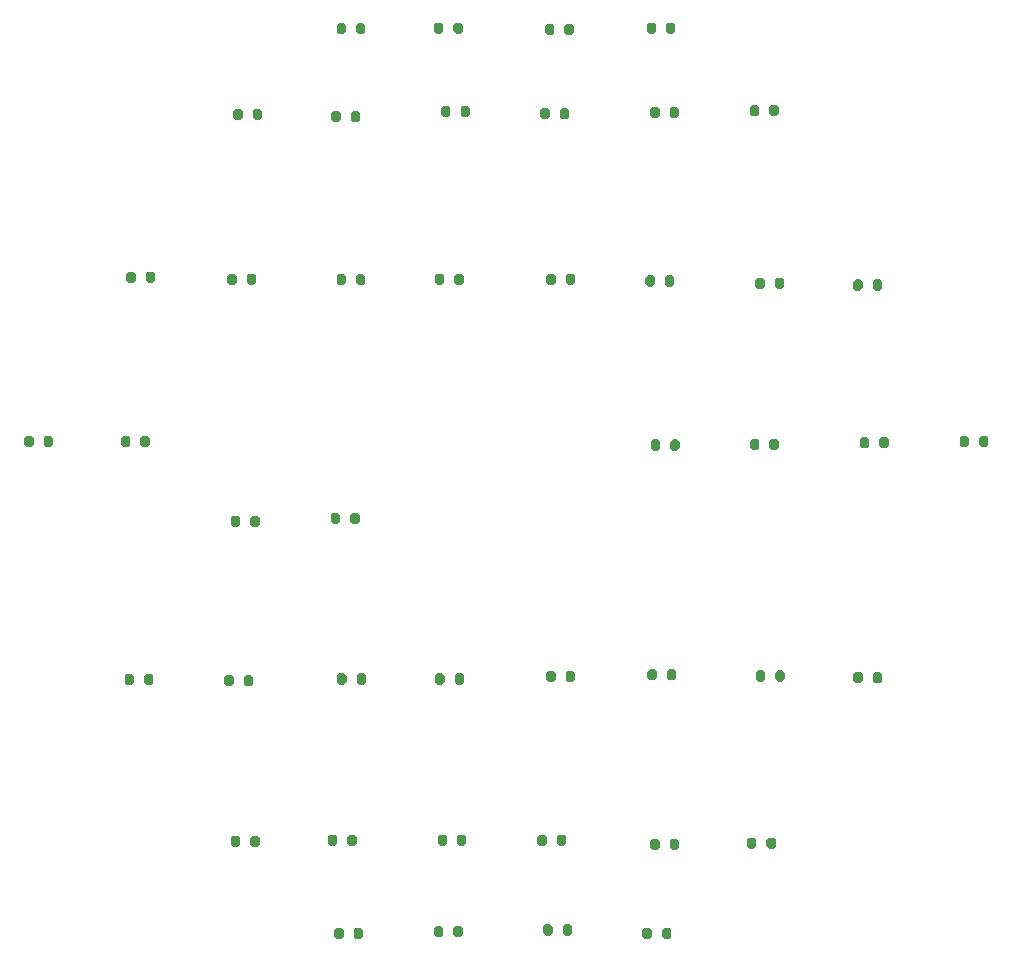
<source format=gbr>
%TF.GenerationSoftware,KiCad,Pcbnew,5.1.10*%
%TF.CreationDate,2021-07-04T18:02:09+02:00*%
%TF.ProjectId,test_16,74657374-5f31-4362-9e6b-696361645f70,0.1*%
%TF.SameCoordinates,Original*%
%TF.FileFunction,Paste,Top*%
%TF.FilePolarity,Positive*%
%FSLAX46Y46*%
G04 Gerber Fmt 4.6, Leading zero omitted, Abs format (unit mm)*
G04 Created by KiCad (PCBNEW 5.1.10) date 2021-07-04 18:02:09*
%MOMM*%
%LPD*%
G01*
G04 APERTURE LIST*
G04 APERTURE END LIST*
%TO.C,R40*%
G36*
G01*
X386150000Y-218975000D02*
X386150000Y-219525000D01*
G75*
G02*
X385950000Y-219725000I-200000J0D01*
G01*
X385550000Y-219725000D01*
G75*
G02*
X385350000Y-219525000I0J200000D01*
G01*
X385350000Y-218975000D01*
G75*
G02*
X385550000Y-218775000I200000J0D01*
G01*
X385950000Y-218775000D01*
G75*
G02*
X386150000Y-218975000I0J-200000D01*
G01*
G37*
G36*
G01*
X387800000Y-218975000D02*
X387800000Y-219525000D01*
G75*
G02*
X387600000Y-219725000I-200000J0D01*
G01*
X387200000Y-219725000D01*
G75*
G02*
X387000000Y-219525000I0J200000D01*
G01*
X387000000Y-218975000D01*
G75*
G02*
X387200000Y-218775000I200000J0D01*
G01*
X387600000Y-218775000D01*
G75*
G02*
X387800000Y-218975000I0J-200000D01*
G01*
G37*
%TD*%
%TO.C,R39*%
G36*
G01*
X394900000Y-232725000D02*
X394900000Y-233275000D01*
G75*
G02*
X394700000Y-233475000I-200000J0D01*
G01*
X394300000Y-233475000D01*
G75*
G02*
X394100000Y-233275000I0J200000D01*
G01*
X394100000Y-232725000D01*
G75*
G02*
X394300000Y-232525000I200000J0D01*
G01*
X394700000Y-232525000D01*
G75*
G02*
X394900000Y-232725000I0J-200000D01*
G01*
G37*
G36*
G01*
X396550000Y-232725000D02*
X396550000Y-233275000D01*
G75*
G02*
X396350000Y-233475000I-200000J0D01*
G01*
X395950000Y-233475000D01*
G75*
G02*
X395750000Y-233275000I0J200000D01*
G01*
X395750000Y-232725000D01*
G75*
G02*
X395950000Y-232525000I200000J0D01*
G01*
X396350000Y-232525000D01*
G75*
G02*
X396550000Y-232725000I0J-200000D01*
G01*
G37*
%TD*%
%TO.C,R38*%
G36*
G01*
X368325000Y-246475000D02*
X368325000Y-247025000D01*
G75*
G02*
X368125000Y-247225000I-200000J0D01*
G01*
X367725000Y-247225000D01*
G75*
G02*
X367525000Y-247025000I0J200000D01*
G01*
X367525000Y-246475000D01*
G75*
G02*
X367725000Y-246275000I200000J0D01*
G01*
X368125000Y-246275000D01*
G75*
G02*
X368325000Y-246475000I0J-200000D01*
G01*
G37*
G36*
G01*
X369975000Y-246475000D02*
X369975000Y-247025000D01*
G75*
G02*
X369775000Y-247225000I-200000J0D01*
G01*
X369375000Y-247225000D01*
G75*
G02*
X369175000Y-247025000I0J200000D01*
G01*
X369175000Y-246475000D01*
G75*
G02*
X369375000Y-246275000I200000J0D01*
G01*
X369775000Y-246275000D01*
G75*
G02*
X369975000Y-246475000I0J-200000D01*
G01*
G37*
%TD*%
%TO.C,R36*%
G36*
G01*
X377075000Y-266725000D02*
X377075000Y-267275000D01*
G75*
G02*
X376875000Y-267475000I-200000J0D01*
G01*
X376475000Y-267475000D01*
G75*
G02*
X376275000Y-267275000I0J200000D01*
G01*
X376275000Y-266725000D01*
G75*
G02*
X376475000Y-266525000I200000J0D01*
G01*
X376875000Y-266525000D01*
G75*
G02*
X377075000Y-266725000I0J-200000D01*
G01*
G37*
G36*
G01*
X378725000Y-266725000D02*
X378725000Y-267275000D01*
G75*
G02*
X378525000Y-267475000I-200000J0D01*
G01*
X378125000Y-267475000D01*
G75*
G02*
X377925000Y-267275000I0J200000D01*
G01*
X377925000Y-266725000D01*
G75*
G02*
X378125000Y-266525000I200000J0D01*
G01*
X378525000Y-266525000D01*
G75*
G02*
X378725000Y-266725000I0J-200000D01*
G01*
G37*
%TD*%
%TO.C,R35*%
G36*
G01*
X377325000Y-232725000D02*
X377325000Y-233275000D01*
G75*
G02*
X377125000Y-233475000I-200000J0D01*
G01*
X376725000Y-233475000D01*
G75*
G02*
X376525000Y-233275000I0J200000D01*
G01*
X376525000Y-232725000D01*
G75*
G02*
X376725000Y-232525000I200000J0D01*
G01*
X377125000Y-232525000D01*
G75*
G02*
X377325000Y-232725000I0J-200000D01*
G01*
G37*
G36*
G01*
X378975000Y-232725000D02*
X378975000Y-233275000D01*
G75*
G02*
X378775000Y-233475000I-200000J0D01*
G01*
X378375000Y-233475000D01*
G75*
G02*
X378175000Y-233275000I0J200000D01*
G01*
X378175000Y-232725000D01*
G75*
G02*
X378375000Y-232525000I200000J0D01*
G01*
X378775000Y-232525000D01*
G75*
G02*
X378975000Y-232725000I0J-200000D01*
G01*
G37*
%TD*%
%TO.C,R34*%
G36*
G01*
X412825000Y-211475000D02*
X412825000Y-212025000D01*
G75*
G02*
X412625000Y-212225000I-200000J0D01*
G01*
X412225000Y-212225000D01*
G75*
G02*
X412025000Y-212025000I0J200000D01*
G01*
X412025000Y-211475000D01*
G75*
G02*
X412225000Y-211275000I200000J0D01*
G01*
X412625000Y-211275000D01*
G75*
G02*
X412825000Y-211475000I0J-200000D01*
G01*
G37*
G36*
G01*
X414475000Y-211475000D02*
X414475000Y-212025000D01*
G75*
G02*
X414275000Y-212225000I-200000J0D01*
G01*
X413875000Y-212225000D01*
G75*
G02*
X413675000Y-212025000I0J200000D01*
G01*
X413675000Y-211475000D01*
G75*
G02*
X413875000Y-211275000I200000J0D01*
G01*
X414275000Y-211275000D01*
G75*
G02*
X414475000Y-211475000I0J-200000D01*
G01*
G37*
%TD*%
%TO.C,R33*%
G36*
G01*
X403825000Y-218725000D02*
X403825000Y-219275000D01*
G75*
G02*
X403625000Y-219475000I-200000J0D01*
G01*
X403225000Y-219475000D01*
G75*
G02*
X403025000Y-219275000I0J200000D01*
G01*
X403025000Y-218725000D01*
G75*
G02*
X403225000Y-218525000I200000J0D01*
G01*
X403625000Y-218525000D01*
G75*
G02*
X403825000Y-218725000I0J-200000D01*
G01*
G37*
G36*
G01*
X405475000Y-218725000D02*
X405475000Y-219275000D01*
G75*
G02*
X405275000Y-219475000I-200000J0D01*
G01*
X404875000Y-219475000D01*
G75*
G02*
X404675000Y-219275000I0J200000D01*
G01*
X404675000Y-218725000D01*
G75*
G02*
X404875000Y-218525000I200000J0D01*
G01*
X405275000Y-218525000D01*
G75*
G02*
X405475000Y-218725000I0J-200000D01*
G01*
G37*
%TD*%
%TO.C,R32*%
G36*
G01*
X412725000Y-232875000D02*
X412725000Y-233425000D01*
G75*
G02*
X412525000Y-233625000I-200000J0D01*
G01*
X412125000Y-233625000D01*
G75*
G02*
X411925000Y-233425000I0J200000D01*
G01*
X411925000Y-232875000D01*
G75*
G02*
X412125000Y-232675000I200000J0D01*
G01*
X412525000Y-232675000D01*
G75*
G02*
X412725000Y-232875000I0J-200000D01*
G01*
G37*
G36*
G01*
X414375000Y-232875000D02*
X414375000Y-233425000D01*
G75*
G02*
X414175000Y-233625000I-200000J0D01*
G01*
X413775000Y-233625000D01*
G75*
G02*
X413575000Y-233425000I0J200000D01*
G01*
X413575000Y-232875000D01*
G75*
G02*
X413775000Y-232675000I200000J0D01*
G01*
X414175000Y-232675000D01*
G75*
G02*
X414375000Y-232875000I0J-200000D01*
G01*
G37*
%TD*%
%TO.C,R31*%
G36*
G01*
X386075000Y-252975000D02*
X386075000Y-253525000D01*
G75*
G02*
X385875000Y-253725000I-200000J0D01*
G01*
X385475000Y-253725000D01*
G75*
G02*
X385275000Y-253525000I0J200000D01*
G01*
X385275000Y-252975000D01*
G75*
G02*
X385475000Y-252775000I200000J0D01*
G01*
X385875000Y-252775000D01*
G75*
G02*
X386075000Y-252975000I0J-200000D01*
G01*
G37*
G36*
G01*
X387725000Y-252975000D02*
X387725000Y-253525000D01*
G75*
G02*
X387525000Y-253725000I-200000J0D01*
G01*
X387125000Y-253725000D01*
G75*
G02*
X386925000Y-253525000I0J200000D01*
G01*
X386925000Y-252975000D01*
G75*
G02*
X387125000Y-252775000I200000J0D01*
G01*
X387525000Y-252775000D01*
G75*
G02*
X387725000Y-252975000I0J-200000D01*
G01*
G37*
%TD*%
%TO.C,R30*%
G36*
G01*
X378675000Y-219325000D02*
X378675000Y-218775000D01*
G75*
G02*
X378875000Y-218575000I200000J0D01*
G01*
X379275000Y-218575000D01*
G75*
G02*
X379475000Y-218775000I0J-200000D01*
G01*
X379475000Y-219325000D01*
G75*
G02*
X379275000Y-219525000I-200000J0D01*
G01*
X378875000Y-219525000D01*
G75*
G02*
X378675000Y-219325000I0J200000D01*
G01*
G37*
G36*
G01*
X377025000Y-219325000D02*
X377025000Y-218775000D01*
G75*
G02*
X377225000Y-218575000I200000J0D01*
G01*
X377625000Y-218575000D01*
G75*
G02*
X377825000Y-218775000I0J-200000D01*
G01*
X377825000Y-219325000D01*
G75*
G02*
X377625000Y-219525000I-200000J0D01*
G01*
X377225000Y-219525000D01*
G75*
G02*
X377025000Y-219325000I0J200000D01*
G01*
G37*
%TD*%
%TO.C,R29*%
G36*
G01*
X387425000Y-233325000D02*
X387425000Y-232775000D01*
G75*
G02*
X387625000Y-232575000I200000J0D01*
G01*
X388025000Y-232575000D01*
G75*
G02*
X388225000Y-232775000I0J-200000D01*
G01*
X388225000Y-233325000D01*
G75*
G02*
X388025000Y-233525000I-200000J0D01*
G01*
X387625000Y-233525000D01*
G75*
G02*
X387425000Y-233325000I0J200000D01*
G01*
G37*
G36*
G01*
X385775000Y-233325000D02*
X385775000Y-232775000D01*
G75*
G02*
X385975000Y-232575000I200000J0D01*
G01*
X386375000Y-232575000D01*
G75*
G02*
X386575000Y-232775000I0J-200000D01*
G01*
X386575000Y-233325000D01*
G75*
G02*
X386375000Y-233525000I-200000J0D01*
G01*
X385975000Y-233525000D01*
G75*
G02*
X385775000Y-233325000I0J200000D01*
G01*
G37*
%TD*%
%TO.C,R28*%
G36*
G01*
X360975000Y-247025000D02*
X360975000Y-246475000D01*
G75*
G02*
X361175000Y-246275000I200000J0D01*
G01*
X361575000Y-246275000D01*
G75*
G02*
X361775000Y-246475000I0J-200000D01*
G01*
X361775000Y-247025000D01*
G75*
G02*
X361575000Y-247225000I-200000J0D01*
G01*
X361175000Y-247225000D01*
G75*
G02*
X360975000Y-247025000I0J200000D01*
G01*
G37*
G36*
G01*
X359325000Y-247025000D02*
X359325000Y-246475000D01*
G75*
G02*
X359525000Y-246275000I200000J0D01*
G01*
X359925000Y-246275000D01*
G75*
G02*
X360125000Y-246475000I0J-200000D01*
G01*
X360125000Y-247025000D01*
G75*
G02*
X359925000Y-247225000I-200000J0D01*
G01*
X359525000Y-247225000D01*
G75*
G02*
X359325000Y-247025000I0J200000D01*
G01*
G37*
%TD*%
%TO.C,R26*%
G36*
G01*
X369475000Y-267175000D02*
X369475000Y-266625000D01*
G75*
G02*
X369675000Y-266425000I200000J0D01*
G01*
X370075000Y-266425000D01*
G75*
G02*
X370275000Y-266625000I0J-200000D01*
G01*
X370275000Y-267175000D01*
G75*
G02*
X370075000Y-267375000I-200000J0D01*
G01*
X369675000Y-267375000D01*
G75*
G02*
X369475000Y-267175000I0J200000D01*
G01*
G37*
G36*
G01*
X367825000Y-267175000D02*
X367825000Y-266625000D01*
G75*
G02*
X368025000Y-266425000I200000J0D01*
G01*
X368425000Y-266425000D01*
G75*
G02*
X368625000Y-266625000I0J-200000D01*
G01*
X368625000Y-267175000D01*
G75*
G02*
X368425000Y-267375000I-200000J0D01*
G01*
X368025000Y-267375000D01*
G75*
G02*
X367825000Y-267175000I0J200000D01*
G01*
G37*
%TD*%
%TO.C,R25*%
G36*
G01*
X369625000Y-233125000D02*
X369625000Y-232575000D01*
G75*
G02*
X369825000Y-232375000I200000J0D01*
G01*
X370225000Y-232375000D01*
G75*
G02*
X370425000Y-232575000I0J-200000D01*
G01*
X370425000Y-233125000D01*
G75*
G02*
X370225000Y-233325000I-200000J0D01*
G01*
X369825000Y-233325000D01*
G75*
G02*
X369625000Y-233125000I0J200000D01*
G01*
G37*
G36*
G01*
X367975000Y-233125000D02*
X367975000Y-232575000D01*
G75*
G02*
X368175000Y-232375000I200000J0D01*
G01*
X368575000Y-232375000D01*
G75*
G02*
X368775000Y-232575000I0J-200000D01*
G01*
X368775000Y-233125000D01*
G75*
G02*
X368575000Y-233325000I-200000J0D01*
G01*
X368175000Y-233325000D01*
G75*
G02*
X367975000Y-233125000I0J200000D01*
G01*
G37*
%TD*%
%TO.C,R24*%
G36*
G01*
X405075000Y-212125000D02*
X405075000Y-211575000D01*
G75*
G02*
X405275000Y-211375000I200000J0D01*
G01*
X405675000Y-211375000D01*
G75*
G02*
X405875000Y-211575000I0J-200000D01*
G01*
X405875000Y-212125000D01*
G75*
G02*
X405675000Y-212325000I-200000J0D01*
G01*
X405275000Y-212325000D01*
G75*
G02*
X405075000Y-212125000I0J200000D01*
G01*
G37*
G36*
G01*
X403425000Y-212125000D02*
X403425000Y-211575000D01*
G75*
G02*
X403625000Y-211375000I200000J0D01*
G01*
X404025000Y-211375000D01*
G75*
G02*
X404225000Y-211575000I0J-200000D01*
G01*
X404225000Y-212125000D01*
G75*
G02*
X404025000Y-212325000I-200000J0D01*
G01*
X403625000Y-212325000D01*
G75*
G02*
X403425000Y-212125000I0J200000D01*
G01*
G37*
%TD*%
%TO.C,R23*%
G36*
G01*
X396275000Y-219075000D02*
X396275000Y-218525000D01*
G75*
G02*
X396475000Y-218325000I200000J0D01*
G01*
X396875000Y-218325000D01*
G75*
G02*
X397075000Y-218525000I0J-200000D01*
G01*
X397075000Y-219075000D01*
G75*
G02*
X396875000Y-219275000I-200000J0D01*
G01*
X396475000Y-219275000D01*
G75*
G02*
X396275000Y-219075000I0J200000D01*
G01*
G37*
G36*
G01*
X394625000Y-219075000D02*
X394625000Y-218525000D01*
G75*
G02*
X394825000Y-218325000I200000J0D01*
G01*
X395225000Y-218325000D01*
G75*
G02*
X395425000Y-218525000I0J-200000D01*
G01*
X395425000Y-219075000D01*
G75*
G02*
X395225000Y-219275000I-200000J0D01*
G01*
X394825000Y-219275000D01*
G75*
G02*
X394625000Y-219075000I0J200000D01*
G01*
G37*
%TD*%
%TO.C,R22*%
G36*
G01*
X405175000Y-233275000D02*
X405175000Y-232725000D01*
G75*
G02*
X405375000Y-232525000I200000J0D01*
G01*
X405775000Y-232525000D01*
G75*
G02*
X405975000Y-232725000I0J-200000D01*
G01*
X405975000Y-233275000D01*
G75*
G02*
X405775000Y-233475000I-200000J0D01*
G01*
X405375000Y-233475000D01*
G75*
G02*
X405175000Y-233275000I0J200000D01*
G01*
G37*
G36*
G01*
X403525000Y-233275000D02*
X403525000Y-232725000D01*
G75*
G02*
X403725000Y-232525000I200000J0D01*
G01*
X404125000Y-232525000D01*
G75*
G02*
X404325000Y-232725000I0J-200000D01*
G01*
X404325000Y-233275000D01*
G75*
G02*
X404125000Y-233475000I-200000J0D01*
G01*
X403725000Y-233475000D01*
G75*
G02*
X403525000Y-233275000I0J200000D01*
G01*
G37*
%TD*%
%TO.C,R21*%
G36*
G01*
X378475000Y-253775000D02*
X378475000Y-253225000D01*
G75*
G02*
X378675000Y-253025000I200000J0D01*
G01*
X379075000Y-253025000D01*
G75*
G02*
X379275000Y-253225000I0J-200000D01*
G01*
X379275000Y-253775000D01*
G75*
G02*
X379075000Y-253975000I-200000J0D01*
G01*
X378675000Y-253975000D01*
G75*
G02*
X378475000Y-253775000I0J200000D01*
G01*
G37*
G36*
G01*
X376825000Y-253775000D02*
X376825000Y-253225000D01*
G75*
G02*
X377025000Y-253025000I200000J0D01*
G01*
X377425000Y-253025000D01*
G75*
G02*
X377625000Y-253225000I0J-200000D01*
G01*
X377625000Y-253775000D01*
G75*
G02*
X377425000Y-253975000I-200000J0D01*
G01*
X377025000Y-253975000D01*
G75*
G02*
X376825000Y-253775000I0J200000D01*
G01*
G37*
%TD*%
%TO.C,R37*%
G36*
G01*
X394825000Y-211475000D02*
X394825000Y-212025000D01*
G75*
G02*
X394625000Y-212225000I-200000J0D01*
G01*
X394225000Y-212225000D01*
G75*
G02*
X394025000Y-212025000I0J200000D01*
G01*
X394025000Y-211475000D01*
G75*
G02*
X394225000Y-211275000I200000J0D01*
G01*
X394625000Y-211275000D01*
G75*
G02*
X394825000Y-211475000I0J-200000D01*
G01*
G37*
G36*
G01*
X396475000Y-211475000D02*
X396475000Y-212025000D01*
G75*
G02*
X396275000Y-212225000I-200000J0D01*
G01*
X395875000Y-212225000D01*
G75*
G02*
X395675000Y-212025000I0J200000D01*
G01*
X395675000Y-211475000D01*
G75*
G02*
X395875000Y-211275000I200000J0D01*
G01*
X396275000Y-211275000D01*
G75*
G02*
X396475000Y-211475000I0J-200000D01*
G01*
G37*
%TD*%
%TO.C,R20*%
G36*
G01*
X421575000Y-246725000D02*
X421575000Y-247275000D01*
G75*
G02*
X421375000Y-247475000I-200000J0D01*
G01*
X420975000Y-247475000D01*
G75*
G02*
X420775000Y-247275000I0J200000D01*
G01*
X420775000Y-246725000D01*
G75*
G02*
X420975000Y-246525000I200000J0D01*
G01*
X421375000Y-246525000D01*
G75*
G02*
X421575000Y-246725000I0J-200000D01*
G01*
G37*
G36*
G01*
X423225000Y-246725000D02*
X423225000Y-247275000D01*
G75*
G02*
X423025000Y-247475000I-200000J0D01*
G01*
X422625000Y-247475000D01*
G75*
G02*
X422425000Y-247275000I0J200000D01*
G01*
X422425000Y-246725000D01*
G75*
G02*
X422625000Y-246525000I200000J0D01*
G01*
X423025000Y-246525000D01*
G75*
G02*
X423225000Y-246725000I0J-200000D01*
G01*
G37*
%TD*%
%TO.C,R19*%
G36*
G01*
X394925000Y-266575000D02*
X394925000Y-267125000D01*
G75*
G02*
X394725000Y-267325000I-200000J0D01*
G01*
X394325000Y-267325000D01*
G75*
G02*
X394125000Y-267125000I0J200000D01*
G01*
X394125000Y-266575000D01*
G75*
G02*
X394325000Y-266375000I200000J0D01*
G01*
X394725000Y-266375000D01*
G75*
G02*
X394925000Y-266575000I0J-200000D01*
G01*
G37*
G36*
G01*
X396575000Y-266575000D02*
X396575000Y-267125000D01*
G75*
G02*
X396375000Y-267325000I-200000J0D01*
G01*
X395975000Y-267325000D01*
G75*
G02*
X395775000Y-267125000I0J200000D01*
G01*
X395775000Y-266575000D01*
G75*
G02*
X395975000Y-266375000I200000J0D01*
G01*
X396375000Y-266375000D01*
G75*
G02*
X396575000Y-266575000I0J-200000D01*
G01*
G37*
%TD*%
%TO.C,R18*%
G36*
G01*
X385825000Y-280225000D02*
X385825000Y-280775000D01*
G75*
G02*
X385625000Y-280975000I-200000J0D01*
G01*
X385225000Y-280975000D01*
G75*
G02*
X385025000Y-280775000I0J200000D01*
G01*
X385025000Y-280225000D01*
G75*
G02*
X385225000Y-280025000I200000J0D01*
G01*
X385625000Y-280025000D01*
G75*
G02*
X385825000Y-280225000I0J-200000D01*
G01*
G37*
G36*
G01*
X387475000Y-280225000D02*
X387475000Y-280775000D01*
G75*
G02*
X387275000Y-280975000I-200000J0D01*
G01*
X386875000Y-280975000D01*
G75*
G02*
X386675000Y-280775000I0J200000D01*
G01*
X386675000Y-280225000D01*
G75*
G02*
X386875000Y-280025000I200000J0D01*
G01*
X387275000Y-280025000D01*
G75*
G02*
X387475000Y-280225000I0J-200000D01*
G01*
G37*
%TD*%
%TO.C,R17*%
G36*
G01*
X430325000Y-266475000D02*
X430325000Y-267025000D01*
G75*
G02*
X430125000Y-267225000I-200000J0D01*
G01*
X429725000Y-267225000D01*
G75*
G02*
X429525000Y-267025000I0J200000D01*
G01*
X429525000Y-266475000D01*
G75*
G02*
X429725000Y-266275000I200000J0D01*
G01*
X430125000Y-266275000D01*
G75*
G02*
X430325000Y-266475000I0J-200000D01*
G01*
G37*
G36*
G01*
X431975000Y-266475000D02*
X431975000Y-267025000D01*
G75*
G02*
X431775000Y-267225000I-200000J0D01*
G01*
X431375000Y-267225000D01*
G75*
G02*
X431175000Y-267025000I0J200000D01*
G01*
X431175000Y-266475000D01*
G75*
G02*
X431375000Y-266275000I200000J0D01*
G01*
X431775000Y-266275000D01*
G75*
G02*
X431975000Y-266475000I0J-200000D01*
G01*
G37*
%TD*%
%TO.C,R16*%
G36*
G01*
X421325000Y-280475000D02*
X421325000Y-281025000D01*
G75*
G02*
X421125000Y-281225000I-200000J0D01*
G01*
X420725000Y-281225000D01*
G75*
G02*
X420525000Y-281025000I0J200000D01*
G01*
X420525000Y-280475000D01*
G75*
G02*
X420725000Y-280275000I200000J0D01*
G01*
X421125000Y-280275000D01*
G75*
G02*
X421325000Y-280475000I0J-200000D01*
G01*
G37*
G36*
G01*
X422975000Y-280475000D02*
X422975000Y-281025000D01*
G75*
G02*
X422775000Y-281225000I-200000J0D01*
G01*
X422375000Y-281225000D01*
G75*
G02*
X422175000Y-281025000I0J200000D01*
G01*
X422175000Y-280475000D01*
G75*
G02*
X422375000Y-280275000I200000J0D01*
G01*
X422775000Y-280275000D01*
G75*
G02*
X422975000Y-280475000I0J-200000D01*
G01*
G37*
%TD*%
%TO.C,R15*%
G36*
G01*
X394825000Y-287975000D02*
X394825000Y-288525000D01*
G75*
G02*
X394625000Y-288725000I-200000J0D01*
G01*
X394225000Y-288725000D01*
G75*
G02*
X394025000Y-288525000I0J200000D01*
G01*
X394025000Y-287975000D01*
G75*
G02*
X394225000Y-287775000I200000J0D01*
G01*
X394625000Y-287775000D01*
G75*
G02*
X394825000Y-287975000I0J-200000D01*
G01*
G37*
G36*
G01*
X396475000Y-287975000D02*
X396475000Y-288525000D01*
G75*
G02*
X396275000Y-288725000I-200000J0D01*
G01*
X395875000Y-288725000D01*
G75*
G02*
X395675000Y-288525000I0J200000D01*
G01*
X395675000Y-287975000D01*
G75*
G02*
X395875000Y-287775000I200000J0D01*
G01*
X396275000Y-287775000D01*
G75*
G02*
X396475000Y-287975000I0J-200000D01*
G01*
G37*
%TD*%
%TO.C,R14*%
G36*
G01*
X403575000Y-280225000D02*
X403575000Y-280775000D01*
G75*
G02*
X403375000Y-280975000I-200000J0D01*
G01*
X402975000Y-280975000D01*
G75*
G02*
X402775000Y-280775000I0J200000D01*
G01*
X402775000Y-280225000D01*
G75*
G02*
X402975000Y-280025000I200000J0D01*
G01*
X403375000Y-280025000D01*
G75*
G02*
X403575000Y-280225000I0J-200000D01*
G01*
G37*
G36*
G01*
X405225000Y-280225000D02*
X405225000Y-280775000D01*
G75*
G02*
X405025000Y-280975000I-200000J0D01*
G01*
X404625000Y-280975000D01*
G75*
G02*
X404425000Y-280775000I0J200000D01*
G01*
X404425000Y-280225000D01*
G75*
G02*
X404625000Y-280025000I200000J0D01*
G01*
X405025000Y-280025000D01*
G75*
G02*
X405225000Y-280225000I0J-200000D01*
G01*
G37*
%TD*%
%TO.C,R13*%
G36*
G01*
X412475000Y-288125000D02*
X412475000Y-288675000D01*
G75*
G02*
X412275000Y-288875000I-200000J0D01*
G01*
X411875000Y-288875000D01*
G75*
G02*
X411675000Y-288675000I0J200000D01*
G01*
X411675000Y-288125000D01*
G75*
G02*
X411875000Y-287925000I200000J0D01*
G01*
X412275000Y-287925000D01*
G75*
G02*
X412475000Y-288125000I0J-200000D01*
G01*
G37*
G36*
G01*
X414125000Y-288125000D02*
X414125000Y-288675000D01*
G75*
G02*
X413925000Y-288875000I-200000J0D01*
G01*
X413525000Y-288875000D01*
G75*
G02*
X413325000Y-288675000I0J200000D01*
G01*
X413325000Y-288125000D01*
G75*
G02*
X413525000Y-287925000I200000J0D01*
G01*
X413925000Y-287925000D01*
G75*
G02*
X414125000Y-288125000I0J-200000D01*
G01*
G37*
%TD*%
%TO.C,R12*%
G36*
G01*
X439325000Y-246475000D02*
X439325000Y-247025000D01*
G75*
G02*
X439125000Y-247225000I-200000J0D01*
G01*
X438725000Y-247225000D01*
G75*
G02*
X438525000Y-247025000I0J200000D01*
G01*
X438525000Y-246475000D01*
G75*
G02*
X438725000Y-246275000I200000J0D01*
G01*
X439125000Y-246275000D01*
G75*
G02*
X439325000Y-246475000I0J-200000D01*
G01*
G37*
G36*
G01*
X440975000Y-246475000D02*
X440975000Y-247025000D01*
G75*
G02*
X440775000Y-247225000I-200000J0D01*
G01*
X440375000Y-247225000D01*
G75*
G02*
X440175000Y-247025000I0J200000D01*
G01*
X440175000Y-246475000D01*
G75*
G02*
X440375000Y-246275000I200000J0D01*
G01*
X440775000Y-246275000D01*
G75*
G02*
X440975000Y-246475000I0J-200000D01*
G01*
G37*
%TD*%
%TO.C,R11*%
G36*
G01*
X412900000Y-266225000D02*
X412900000Y-266775000D01*
G75*
G02*
X412700000Y-266975000I-200000J0D01*
G01*
X412300000Y-266975000D01*
G75*
G02*
X412100000Y-266775000I0J200000D01*
G01*
X412100000Y-266225000D01*
G75*
G02*
X412300000Y-266025000I200000J0D01*
G01*
X412700000Y-266025000D01*
G75*
G02*
X412900000Y-266225000I0J-200000D01*
G01*
G37*
G36*
G01*
X414550000Y-266225000D02*
X414550000Y-266775000D01*
G75*
G02*
X414350000Y-266975000I-200000J0D01*
G01*
X413950000Y-266975000D01*
G75*
G02*
X413750000Y-266775000I0J200000D01*
G01*
X413750000Y-266225000D01*
G75*
G02*
X413950000Y-266025000I200000J0D01*
G01*
X414350000Y-266025000D01*
G75*
G02*
X414550000Y-266225000I0J-200000D01*
G01*
G37*
%TD*%
%TO.C,R44*%
G36*
G01*
X421575000Y-218475000D02*
X421575000Y-219025000D01*
G75*
G02*
X421375000Y-219225000I-200000J0D01*
G01*
X420975000Y-219225000D01*
G75*
G02*
X420775000Y-219025000I0J200000D01*
G01*
X420775000Y-218475000D01*
G75*
G02*
X420975000Y-218275000I200000J0D01*
G01*
X421375000Y-218275000D01*
G75*
G02*
X421575000Y-218475000I0J-200000D01*
G01*
G37*
G36*
G01*
X423225000Y-218475000D02*
X423225000Y-219025000D01*
G75*
G02*
X423025000Y-219225000I-200000J0D01*
G01*
X422625000Y-219225000D01*
G75*
G02*
X422425000Y-219025000I0J200000D01*
G01*
X422425000Y-218475000D01*
G75*
G02*
X422625000Y-218275000I200000J0D01*
G01*
X423025000Y-218275000D01*
G75*
G02*
X423225000Y-218475000I0J-200000D01*
G01*
G37*
%TD*%
%TO.C,R43*%
G36*
G01*
X430325000Y-233225000D02*
X430325000Y-233775000D01*
G75*
G02*
X430125000Y-233975000I-200000J0D01*
G01*
X429725000Y-233975000D01*
G75*
G02*
X429525000Y-233775000I0J200000D01*
G01*
X429525000Y-233225000D01*
G75*
G02*
X429725000Y-233025000I200000J0D01*
G01*
X430125000Y-233025000D01*
G75*
G02*
X430325000Y-233225000I0J-200000D01*
G01*
G37*
G36*
G01*
X431975000Y-233225000D02*
X431975000Y-233775000D01*
G75*
G02*
X431775000Y-233975000I-200000J0D01*
G01*
X431375000Y-233975000D01*
G75*
G02*
X431175000Y-233775000I0J200000D01*
G01*
X431175000Y-233225000D01*
G75*
G02*
X431375000Y-233025000I200000J0D01*
G01*
X431775000Y-233025000D01*
G75*
G02*
X431975000Y-233225000I0J-200000D01*
G01*
G37*
%TD*%
%TO.C,R27*%
G36*
G01*
X387425000Y-212075000D02*
X387425000Y-211525000D01*
G75*
G02*
X387625000Y-211325000I200000J0D01*
G01*
X388025000Y-211325000D01*
G75*
G02*
X388225000Y-211525000I0J-200000D01*
G01*
X388225000Y-212075000D01*
G75*
G02*
X388025000Y-212275000I-200000J0D01*
G01*
X387625000Y-212275000D01*
G75*
G02*
X387425000Y-212075000I0J200000D01*
G01*
G37*
G36*
G01*
X385775000Y-212075000D02*
X385775000Y-211525000D01*
G75*
G02*
X385975000Y-211325000I200000J0D01*
G01*
X386375000Y-211325000D01*
G75*
G02*
X386575000Y-211525000I0J-200000D01*
G01*
X386575000Y-212075000D01*
G75*
G02*
X386375000Y-212275000I-200000J0D01*
G01*
X385975000Y-212275000D01*
G75*
G02*
X385775000Y-212075000I0J200000D01*
G01*
G37*
%TD*%
%TO.C,R10*%
G36*
G01*
X414025000Y-247325000D02*
X414025000Y-246775000D01*
G75*
G02*
X414225000Y-246575000I200000J0D01*
G01*
X414625000Y-246575000D01*
G75*
G02*
X414825000Y-246775000I0J-200000D01*
G01*
X414825000Y-247325000D01*
G75*
G02*
X414625000Y-247525000I-200000J0D01*
G01*
X414225000Y-247525000D01*
G75*
G02*
X414025000Y-247325000I0J200000D01*
G01*
G37*
G36*
G01*
X412375000Y-247325000D02*
X412375000Y-246775000D01*
G75*
G02*
X412575000Y-246575000I200000J0D01*
G01*
X412975000Y-246575000D01*
G75*
G02*
X413175000Y-246775000I0J-200000D01*
G01*
X413175000Y-247325000D01*
G75*
G02*
X412975000Y-247525000I-200000J0D01*
G01*
X412575000Y-247525000D01*
G75*
G02*
X412375000Y-247325000I0J200000D01*
G01*
G37*
%TD*%
%TO.C,R9*%
G36*
G01*
X387475000Y-267125000D02*
X387475000Y-266575000D01*
G75*
G02*
X387675000Y-266375000I200000J0D01*
G01*
X388075000Y-266375000D01*
G75*
G02*
X388275000Y-266575000I0J-200000D01*
G01*
X388275000Y-267125000D01*
G75*
G02*
X388075000Y-267325000I-200000J0D01*
G01*
X387675000Y-267325000D01*
G75*
G02*
X387475000Y-267125000I0J200000D01*
G01*
G37*
G36*
G01*
X385825000Y-267125000D02*
X385825000Y-266575000D01*
G75*
G02*
X386025000Y-266375000I200000J0D01*
G01*
X386425000Y-266375000D01*
G75*
G02*
X386625000Y-266575000I0J-200000D01*
G01*
X386625000Y-267125000D01*
G75*
G02*
X386425000Y-267325000I-200000J0D01*
G01*
X386025000Y-267325000D01*
G75*
G02*
X385825000Y-267125000I0J200000D01*
G01*
G37*
%TD*%
%TO.C,R8*%
G36*
G01*
X378475000Y-280875000D02*
X378475000Y-280325000D01*
G75*
G02*
X378675000Y-280125000I200000J0D01*
G01*
X379075000Y-280125000D01*
G75*
G02*
X379275000Y-280325000I0J-200000D01*
G01*
X379275000Y-280875000D01*
G75*
G02*
X379075000Y-281075000I-200000J0D01*
G01*
X378675000Y-281075000D01*
G75*
G02*
X378475000Y-280875000I0J200000D01*
G01*
G37*
G36*
G01*
X376825000Y-280875000D02*
X376825000Y-280325000D01*
G75*
G02*
X377025000Y-280125000I200000J0D01*
G01*
X377425000Y-280125000D01*
G75*
G02*
X377625000Y-280325000I0J-200000D01*
G01*
X377625000Y-280875000D01*
G75*
G02*
X377425000Y-281075000I-200000J0D01*
G01*
X377025000Y-281075000D01*
G75*
G02*
X376825000Y-280875000I0J200000D01*
G01*
G37*
%TD*%
%TO.C,R7*%
G36*
G01*
X422925000Y-266875000D02*
X422925000Y-266325000D01*
G75*
G02*
X423125000Y-266125000I200000J0D01*
G01*
X423525000Y-266125000D01*
G75*
G02*
X423725000Y-266325000I0J-200000D01*
G01*
X423725000Y-266875000D01*
G75*
G02*
X423525000Y-267075000I-200000J0D01*
G01*
X423125000Y-267075000D01*
G75*
G02*
X422925000Y-266875000I0J200000D01*
G01*
G37*
G36*
G01*
X421275000Y-266875000D02*
X421275000Y-266325000D01*
G75*
G02*
X421475000Y-266125000I200000J0D01*
G01*
X421875000Y-266125000D01*
G75*
G02*
X422075000Y-266325000I0J-200000D01*
G01*
X422075000Y-266875000D01*
G75*
G02*
X421875000Y-267075000I-200000J0D01*
G01*
X421475000Y-267075000D01*
G75*
G02*
X421275000Y-266875000I0J200000D01*
G01*
G37*
%TD*%
%TO.C,R6*%
G36*
G01*
X413975000Y-281125000D02*
X413975000Y-280575000D01*
G75*
G02*
X414175000Y-280375000I200000J0D01*
G01*
X414575000Y-280375000D01*
G75*
G02*
X414775000Y-280575000I0J-200000D01*
G01*
X414775000Y-281125000D01*
G75*
G02*
X414575000Y-281325000I-200000J0D01*
G01*
X414175000Y-281325000D01*
G75*
G02*
X413975000Y-281125000I0J200000D01*
G01*
G37*
G36*
G01*
X412325000Y-281125000D02*
X412325000Y-280575000D01*
G75*
G02*
X412525000Y-280375000I200000J0D01*
G01*
X412925000Y-280375000D01*
G75*
G02*
X413125000Y-280575000I0J-200000D01*
G01*
X413125000Y-281125000D01*
G75*
G02*
X412925000Y-281325000I-200000J0D01*
G01*
X412525000Y-281325000D01*
G75*
G02*
X412325000Y-281125000I0J200000D01*
G01*
G37*
%TD*%
%TO.C,R5*%
G36*
G01*
X387225000Y-288675000D02*
X387225000Y-288125000D01*
G75*
G02*
X387425000Y-287925000I200000J0D01*
G01*
X387825000Y-287925000D01*
G75*
G02*
X388025000Y-288125000I0J-200000D01*
G01*
X388025000Y-288675000D01*
G75*
G02*
X387825000Y-288875000I-200000J0D01*
G01*
X387425000Y-288875000D01*
G75*
G02*
X387225000Y-288675000I0J200000D01*
G01*
G37*
G36*
G01*
X385575000Y-288675000D02*
X385575000Y-288125000D01*
G75*
G02*
X385775000Y-287925000I200000J0D01*
G01*
X386175000Y-287925000D01*
G75*
G02*
X386375000Y-288125000I0J-200000D01*
G01*
X386375000Y-288675000D01*
G75*
G02*
X386175000Y-288875000I-200000J0D01*
G01*
X385775000Y-288875000D01*
G75*
G02*
X385575000Y-288675000I0J200000D01*
G01*
G37*
%TD*%
%TO.C,R4*%
G36*
G01*
X395975000Y-280775000D02*
X395975000Y-280225000D01*
G75*
G02*
X396175000Y-280025000I200000J0D01*
G01*
X396575000Y-280025000D01*
G75*
G02*
X396775000Y-280225000I0J-200000D01*
G01*
X396775000Y-280775000D01*
G75*
G02*
X396575000Y-280975000I-200000J0D01*
G01*
X396175000Y-280975000D01*
G75*
G02*
X395975000Y-280775000I0J200000D01*
G01*
G37*
G36*
G01*
X394325000Y-280775000D02*
X394325000Y-280225000D01*
G75*
G02*
X394525000Y-280025000I200000J0D01*
G01*
X394925000Y-280025000D01*
G75*
G02*
X395125000Y-280225000I0J-200000D01*
G01*
X395125000Y-280775000D01*
G75*
G02*
X394925000Y-280975000I-200000J0D01*
G01*
X394525000Y-280975000D01*
G75*
G02*
X394325000Y-280775000I0J200000D01*
G01*
G37*
%TD*%
%TO.C,R3*%
G36*
G01*
X404925000Y-288375000D02*
X404925000Y-287825000D01*
G75*
G02*
X405125000Y-287625000I200000J0D01*
G01*
X405525000Y-287625000D01*
G75*
G02*
X405725000Y-287825000I0J-200000D01*
G01*
X405725000Y-288375000D01*
G75*
G02*
X405525000Y-288575000I-200000J0D01*
G01*
X405125000Y-288575000D01*
G75*
G02*
X404925000Y-288375000I0J200000D01*
G01*
G37*
G36*
G01*
X403275000Y-288375000D02*
X403275000Y-287825000D01*
G75*
G02*
X403475000Y-287625000I200000J0D01*
G01*
X403875000Y-287625000D01*
G75*
G02*
X404075000Y-287825000I0J-200000D01*
G01*
X404075000Y-288375000D01*
G75*
G02*
X403875000Y-288575000I-200000J0D01*
G01*
X403475000Y-288575000D01*
G75*
G02*
X403275000Y-288375000I0J200000D01*
G01*
G37*
%TD*%
%TO.C,R2*%
G36*
G01*
X431725000Y-247125000D02*
X431725000Y-246575000D01*
G75*
G02*
X431925000Y-246375000I200000J0D01*
G01*
X432325000Y-246375000D01*
G75*
G02*
X432525000Y-246575000I0J-200000D01*
G01*
X432525000Y-247125000D01*
G75*
G02*
X432325000Y-247325000I-200000J0D01*
G01*
X431925000Y-247325000D01*
G75*
G02*
X431725000Y-247125000I0J200000D01*
G01*
G37*
G36*
G01*
X430075000Y-247125000D02*
X430075000Y-246575000D01*
G75*
G02*
X430275000Y-246375000I200000J0D01*
G01*
X430675000Y-246375000D01*
G75*
G02*
X430875000Y-246575000I0J-200000D01*
G01*
X430875000Y-247125000D01*
G75*
G02*
X430675000Y-247325000I-200000J0D01*
G01*
X430275000Y-247325000D01*
G75*
G02*
X430075000Y-247125000I0J200000D01*
G01*
G37*
%TD*%
%TO.C,R1*%
G36*
G01*
X405175000Y-266925000D02*
X405175000Y-266375000D01*
G75*
G02*
X405375000Y-266175000I200000J0D01*
G01*
X405775000Y-266175000D01*
G75*
G02*
X405975000Y-266375000I0J-200000D01*
G01*
X405975000Y-266925000D01*
G75*
G02*
X405775000Y-267125000I-200000J0D01*
G01*
X405375000Y-267125000D01*
G75*
G02*
X405175000Y-266925000I0J200000D01*
G01*
G37*
G36*
G01*
X403525000Y-266925000D02*
X403525000Y-266375000D01*
G75*
G02*
X403725000Y-266175000I200000J0D01*
G01*
X404125000Y-266175000D01*
G75*
G02*
X404325000Y-266375000I0J-200000D01*
G01*
X404325000Y-266925000D01*
G75*
G02*
X404125000Y-267125000I-200000J0D01*
G01*
X403725000Y-267125000D01*
G75*
G02*
X403525000Y-266925000I0J200000D01*
G01*
G37*
%TD*%
%TO.C,R42*%
G36*
G01*
X413975000Y-219175000D02*
X413975000Y-218625000D01*
G75*
G02*
X414175000Y-218425000I200000J0D01*
G01*
X414575000Y-218425000D01*
G75*
G02*
X414775000Y-218625000I0J-200000D01*
G01*
X414775000Y-219175000D01*
G75*
G02*
X414575000Y-219375000I-200000J0D01*
G01*
X414175000Y-219375000D01*
G75*
G02*
X413975000Y-219175000I0J200000D01*
G01*
G37*
G36*
G01*
X412325000Y-219175000D02*
X412325000Y-218625000D01*
G75*
G02*
X412525000Y-218425000I200000J0D01*
G01*
X412925000Y-218425000D01*
G75*
G02*
X413125000Y-218625000I0J-200000D01*
G01*
X413125000Y-219175000D01*
G75*
G02*
X412925000Y-219375000I-200000J0D01*
G01*
X412525000Y-219375000D01*
G75*
G02*
X412325000Y-219175000I0J200000D01*
G01*
G37*
%TD*%
%TO.C,R41*%
G36*
G01*
X422875000Y-233625000D02*
X422875000Y-233075000D01*
G75*
G02*
X423075000Y-232875000I200000J0D01*
G01*
X423475000Y-232875000D01*
G75*
G02*
X423675000Y-233075000I0J-200000D01*
G01*
X423675000Y-233625000D01*
G75*
G02*
X423475000Y-233825000I-200000J0D01*
G01*
X423075000Y-233825000D01*
G75*
G02*
X422875000Y-233625000I0J200000D01*
G01*
G37*
G36*
G01*
X421225000Y-233625000D02*
X421225000Y-233075000D01*
G75*
G02*
X421425000Y-232875000I200000J0D01*
G01*
X421825000Y-232875000D01*
G75*
G02*
X422025000Y-233075000I0J-200000D01*
G01*
X422025000Y-233625000D01*
G75*
G02*
X421825000Y-233825000I-200000J0D01*
G01*
X421425000Y-233825000D01*
G75*
G02*
X421225000Y-233625000I0J200000D01*
G01*
G37*
%TD*%
M02*

</source>
